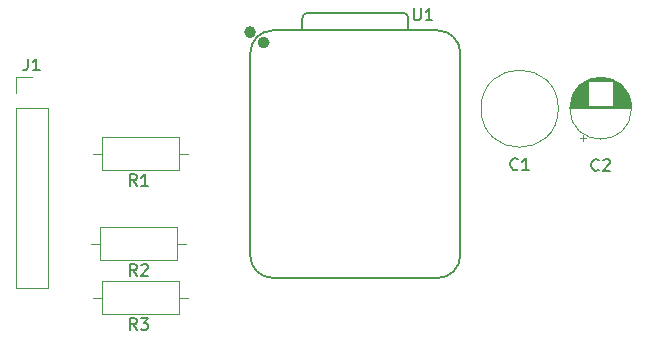
<source format=gbr>
G04 #@! TF.GenerationSoftware,KiCad,Pcbnew,9.0.0*
G04 #@! TF.CreationDate,2025-05-09T14:24:40+09:00*
G04 #@! TF.ProjectId,magnet_module,6d61676e-6574-45f6-9d6f-64756c652e6b,rev?*
G04 #@! TF.SameCoordinates,Original*
G04 #@! TF.FileFunction,Legend,Top*
G04 #@! TF.FilePolarity,Positive*
%FSLAX46Y46*%
G04 Gerber Fmt 4.6, Leading zero omitted, Abs format (unit mm)*
G04 Created by KiCad (PCBNEW 9.0.0) date 2025-05-09 14:24:40*
%MOMM*%
%LPD*%
G01*
G04 APERTURE LIST*
%ADD10C,0.150000*%
%ADD11C,0.120000*%
%ADD12C,0.127000*%
%ADD13C,0.100000*%
%ADD14C,0.504000*%
G04 APERTURE END LIST*
D10*
X113879333Y-82750819D02*
X113546000Y-82274628D01*
X113307905Y-82750819D02*
X113307905Y-81750819D01*
X113307905Y-81750819D02*
X113688857Y-81750819D01*
X113688857Y-81750819D02*
X113784095Y-81798438D01*
X113784095Y-81798438D02*
X113831714Y-81846057D01*
X113831714Y-81846057D02*
X113879333Y-81941295D01*
X113879333Y-81941295D02*
X113879333Y-82084152D01*
X113879333Y-82084152D02*
X113831714Y-82179390D01*
X113831714Y-82179390D02*
X113784095Y-82227009D01*
X113784095Y-82227009D02*
X113688857Y-82274628D01*
X113688857Y-82274628D02*
X113307905Y-82274628D01*
X114831714Y-82750819D02*
X114260286Y-82750819D01*
X114546000Y-82750819D02*
X114546000Y-81750819D01*
X114546000Y-81750819D02*
X114450762Y-81893676D01*
X114450762Y-81893676D02*
X114355524Y-81988914D01*
X114355524Y-81988914D02*
X114260286Y-82036533D01*
X113879333Y-94942819D02*
X113546000Y-94466628D01*
X113307905Y-94942819D02*
X113307905Y-93942819D01*
X113307905Y-93942819D02*
X113688857Y-93942819D01*
X113688857Y-93942819D02*
X113784095Y-93990438D01*
X113784095Y-93990438D02*
X113831714Y-94038057D01*
X113831714Y-94038057D02*
X113879333Y-94133295D01*
X113879333Y-94133295D02*
X113879333Y-94276152D01*
X113879333Y-94276152D02*
X113831714Y-94371390D01*
X113831714Y-94371390D02*
X113784095Y-94419009D01*
X113784095Y-94419009D02*
X113688857Y-94466628D01*
X113688857Y-94466628D02*
X113307905Y-94466628D01*
X114212667Y-93942819D02*
X114831714Y-93942819D01*
X114831714Y-93942819D02*
X114498381Y-94323771D01*
X114498381Y-94323771D02*
X114641238Y-94323771D01*
X114641238Y-94323771D02*
X114736476Y-94371390D01*
X114736476Y-94371390D02*
X114784095Y-94419009D01*
X114784095Y-94419009D02*
X114831714Y-94514247D01*
X114831714Y-94514247D02*
X114831714Y-94752342D01*
X114831714Y-94752342D02*
X114784095Y-94847580D01*
X114784095Y-94847580D02*
X114736476Y-94895200D01*
X114736476Y-94895200D02*
X114641238Y-94942819D01*
X114641238Y-94942819D02*
X114355524Y-94942819D01*
X114355524Y-94942819D02*
X114260286Y-94895200D01*
X114260286Y-94895200D02*
X114212667Y-94847580D01*
X104666666Y-71964819D02*
X104666666Y-72679104D01*
X104666666Y-72679104D02*
X104619047Y-72821961D01*
X104619047Y-72821961D02*
X104523809Y-72917200D01*
X104523809Y-72917200D02*
X104380952Y-72964819D01*
X104380952Y-72964819D02*
X104285714Y-72964819D01*
X105666666Y-72964819D02*
X105095238Y-72964819D01*
X105380952Y-72964819D02*
X105380952Y-71964819D01*
X105380952Y-71964819D02*
X105285714Y-72107676D01*
X105285714Y-72107676D02*
X105190476Y-72202914D01*
X105190476Y-72202914D02*
X105095238Y-72250533D01*
X146137333Y-81309580D02*
X146089714Y-81357200D01*
X146089714Y-81357200D02*
X145946857Y-81404819D01*
X145946857Y-81404819D02*
X145851619Y-81404819D01*
X145851619Y-81404819D02*
X145708762Y-81357200D01*
X145708762Y-81357200D02*
X145613524Y-81261961D01*
X145613524Y-81261961D02*
X145565905Y-81166723D01*
X145565905Y-81166723D02*
X145518286Y-80976247D01*
X145518286Y-80976247D02*
X145518286Y-80833390D01*
X145518286Y-80833390D02*
X145565905Y-80642914D01*
X145565905Y-80642914D02*
X145613524Y-80547676D01*
X145613524Y-80547676D02*
X145708762Y-80452438D01*
X145708762Y-80452438D02*
X145851619Y-80404819D01*
X145851619Y-80404819D02*
X145946857Y-80404819D01*
X145946857Y-80404819D02*
X146089714Y-80452438D01*
X146089714Y-80452438D02*
X146137333Y-80500057D01*
X147089714Y-81404819D02*
X146518286Y-81404819D01*
X146804000Y-81404819D02*
X146804000Y-80404819D01*
X146804000Y-80404819D02*
X146708762Y-80547676D01*
X146708762Y-80547676D02*
X146613524Y-80642914D01*
X146613524Y-80642914D02*
X146518286Y-80690533D01*
X152995333Y-81385580D02*
X152947714Y-81433200D01*
X152947714Y-81433200D02*
X152804857Y-81480819D01*
X152804857Y-81480819D02*
X152709619Y-81480819D01*
X152709619Y-81480819D02*
X152566762Y-81433200D01*
X152566762Y-81433200D02*
X152471524Y-81337961D01*
X152471524Y-81337961D02*
X152423905Y-81242723D01*
X152423905Y-81242723D02*
X152376286Y-81052247D01*
X152376286Y-81052247D02*
X152376286Y-80909390D01*
X152376286Y-80909390D02*
X152423905Y-80718914D01*
X152423905Y-80718914D02*
X152471524Y-80623676D01*
X152471524Y-80623676D02*
X152566762Y-80528438D01*
X152566762Y-80528438D02*
X152709619Y-80480819D01*
X152709619Y-80480819D02*
X152804857Y-80480819D01*
X152804857Y-80480819D02*
X152947714Y-80528438D01*
X152947714Y-80528438D02*
X152995333Y-80576057D01*
X153376286Y-80576057D02*
X153423905Y-80528438D01*
X153423905Y-80528438D02*
X153519143Y-80480819D01*
X153519143Y-80480819D02*
X153757238Y-80480819D01*
X153757238Y-80480819D02*
X153852476Y-80528438D01*
X153852476Y-80528438D02*
X153900095Y-80576057D01*
X153900095Y-80576057D02*
X153947714Y-80671295D01*
X153947714Y-80671295D02*
X153947714Y-80766533D01*
X153947714Y-80766533D02*
X153900095Y-80909390D01*
X153900095Y-80909390D02*
X153328667Y-81480819D01*
X153328667Y-81480819D02*
X153947714Y-81480819D01*
X113879333Y-90370819D02*
X113546000Y-89894628D01*
X113307905Y-90370819D02*
X113307905Y-89370819D01*
X113307905Y-89370819D02*
X113688857Y-89370819D01*
X113688857Y-89370819D02*
X113784095Y-89418438D01*
X113784095Y-89418438D02*
X113831714Y-89466057D01*
X113831714Y-89466057D02*
X113879333Y-89561295D01*
X113879333Y-89561295D02*
X113879333Y-89704152D01*
X113879333Y-89704152D02*
X113831714Y-89799390D01*
X113831714Y-89799390D02*
X113784095Y-89847009D01*
X113784095Y-89847009D02*
X113688857Y-89894628D01*
X113688857Y-89894628D02*
X113307905Y-89894628D01*
X114260286Y-89466057D02*
X114307905Y-89418438D01*
X114307905Y-89418438D02*
X114403143Y-89370819D01*
X114403143Y-89370819D02*
X114641238Y-89370819D01*
X114641238Y-89370819D02*
X114736476Y-89418438D01*
X114736476Y-89418438D02*
X114784095Y-89466057D01*
X114784095Y-89466057D02*
X114831714Y-89561295D01*
X114831714Y-89561295D02*
X114831714Y-89656533D01*
X114831714Y-89656533D02*
X114784095Y-89799390D01*
X114784095Y-89799390D02*
X114212667Y-90370819D01*
X114212667Y-90370819D02*
X114831714Y-90370819D01*
X137338095Y-67704819D02*
X137338095Y-68514342D01*
X137338095Y-68514342D02*
X137385714Y-68609580D01*
X137385714Y-68609580D02*
X137433333Y-68657200D01*
X137433333Y-68657200D02*
X137528571Y-68704819D01*
X137528571Y-68704819D02*
X137719047Y-68704819D01*
X137719047Y-68704819D02*
X137814285Y-68657200D01*
X137814285Y-68657200D02*
X137861904Y-68609580D01*
X137861904Y-68609580D02*
X137909523Y-68514342D01*
X137909523Y-68514342D02*
X137909523Y-67704819D01*
X138909523Y-68704819D02*
X138338095Y-68704819D01*
X138623809Y-68704819D02*
X138623809Y-67704819D01*
X138623809Y-67704819D02*
X138528571Y-67847676D01*
X138528571Y-67847676D02*
X138433333Y-67942914D01*
X138433333Y-67942914D02*
X138338095Y-67990533D01*
D11*
G04 #@! TO.C,R1*
X110150225Y-80010000D02*
X110920225Y-80010000D01*
X110920225Y-78640000D02*
X110920225Y-81380000D01*
X110920225Y-81380000D02*
X117460225Y-81380000D01*
X117460225Y-78640000D02*
X110920225Y-78640000D01*
X117460225Y-81380000D02*
X117460225Y-78640000D01*
X118230225Y-80010000D02*
X117460225Y-80010000D01*
G04 #@! TO.C,R3*
X110150225Y-92202000D02*
X110920225Y-92202000D01*
X110920225Y-90832000D02*
X110920225Y-93572000D01*
X110920225Y-93572000D02*
X117460225Y-93572000D01*
X117460225Y-90832000D02*
X110920225Y-90832000D01*
X117460225Y-93572000D02*
X117460225Y-90832000D01*
X118230225Y-92202000D02*
X117460225Y-92202000D01*
G04 #@! TO.C,J1*
X103670000Y-73510000D02*
X105000000Y-73510000D01*
X103670000Y-74840000D02*
X103670000Y-73510000D01*
X103670000Y-76110000D02*
X103670000Y-91410000D01*
X103670000Y-76110000D02*
X106330000Y-76110000D01*
X103670000Y-91410000D02*
X106330000Y-91410000D01*
X106330000Y-76110000D02*
X106330000Y-91410000D01*
G04 #@! TO.C,C1*
X149574000Y-76200000D02*
G75*
G02*
X143034000Y-76200000I-3270000J0D01*
G01*
X143034000Y-76200000D02*
G75*
G02*
X149574000Y-76200000I3270000J0D01*
G01*
G04 #@! TO.C,C2*
X150582000Y-76115113D02*
X155742000Y-76115113D01*
X150582000Y-76155113D02*
X155742000Y-76155113D01*
X150583000Y-76075113D02*
X155741000Y-76075113D01*
X150584000Y-76035113D02*
X155740000Y-76035113D01*
X150586000Y-75995113D02*
X155738000Y-75995113D01*
X150589000Y-75955113D02*
X155735000Y-75955113D01*
X150593000Y-75915113D02*
X152122000Y-75915113D01*
X150597000Y-75875113D02*
X152122000Y-75875113D01*
X150601000Y-75835113D02*
X152122000Y-75835113D01*
X150606000Y-75795113D02*
X152122000Y-75795113D01*
X150612000Y-75755113D02*
X152122000Y-75755113D01*
X150619000Y-75715113D02*
X152122000Y-75715113D01*
X150626000Y-75675113D02*
X152122000Y-75675113D01*
X150634000Y-75635113D02*
X152122000Y-75635113D01*
X150642000Y-75595113D02*
X152122000Y-75595113D01*
X150651000Y-75555113D02*
X152122000Y-75555113D01*
X150661000Y-75515113D02*
X152122000Y-75515113D01*
X150671000Y-75475113D02*
X152122000Y-75475113D01*
X150682000Y-75434113D02*
X152122000Y-75434113D01*
X150694000Y-75394113D02*
X152122000Y-75394113D01*
X150707000Y-75354113D02*
X152122000Y-75354113D01*
X150720000Y-75314113D02*
X152122000Y-75314113D01*
X150734000Y-75274113D02*
X152122000Y-75274113D01*
X150748000Y-75234113D02*
X152122000Y-75234113D01*
X150764000Y-75194113D02*
X152122000Y-75194113D01*
X150780000Y-75154113D02*
X152122000Y-75154113D01*
X150797000Y-75114113D02*
X152122000Y-75114113D01*
X150814000Y-75074113D02*
X152122000Y-75074113D01*
X150833000Y-75034113D02*
X152122000Y-75034113D01*
X150852000Y-74994113D02*
X152122000Y-74994113D01*
X150872000Y-74954113D02*
X152122000Y-74954113D01*
X150894000Y-74914113D02*
X152122000Y-74914113D01*
X150915000Y-74874113D02*
X152122000Y-74874113D01*
X150938000Y-74834113D02*
X152122000Y-74834113D01*
X150962000Y-74794113D02*
X152122000Y-74794113D01*
X150987000Y-74754113D02*
X152122000Y-74754113D01*
X151013000Y-74714113D02*
X152122000Y-74714113D01*
X151040000Y-74674113D02*
X152122000Y-74674113D01*
X151067000Y-74634113D02*
X152122000Y-74634113D01*
X151097000Y-74594113D02*
X152122000Y-74594113D01*
X151127000Y-74554113D02*
X152122000Y-74554113D01*
X151158000Y-74514113D02*
X152122000Y-74514113D01*
X151191000Y-74474113D02*
X152122000Y-74474113D01*
X151225000Y-74434113D02*
X152122000Y-74434113D01*
X151261000Y-74394113D02*
X152122000Y-74394113D01*
X151298000Y-74354113D02*
X152122000Y-74354113D01*
X151336000Y-74314113D02*
X152122000Y-74314113D01*
X151377000Y-74274113D02*
X152122000Y-74274113D01*
X151419000Y-74234113D02*
X152122000Y-74234113D01*
X151437000Y-78709888D02*
X151937000Y-78709888D01*
X151463000Y-74194113D02*
X152122000Y-74194113D01*
X151509000Y-74154113D02*
X152122000Y-74154113D01*
X151557000Y-74114113D02*
X152122000Y-74114113D01*
X151608000Y-74074113D02*
X152122000Y-74074113D01*
X151662000Y-74034113D02*
X152122000Y-74034113D01*
X151687000Y-78959888D02*
X151687000Y-78459888D01*
X151719000Y-73994113D02*
X152122000Y-73994113D01*
X151779000Y-73954113D02*
X152122000Y-73954113D01*
X151843000Y-73914113D02*
X152122000Y-73914113D01*
X151911000Y-73874113D02*
X152122000Y-73874113D01*
X151984000Y-73834113D02*
X154340000Y-73834113D01*
X152064000Y-73794113D02*
X154260000Y-73794113D01*
X152151000Y-73754113D02*
X154173000Y-73754113D01*
X152247000Y-73714113D02*
X154077000Y-73714113D01*
X152357000Y-73674113D02*
X153967000Y-73674113D01*
X152485000Y-73634113D02*
X153839000Y-73634113D01*
X152644000Y-73594113D02*
X153680000Y-73594113D01*
X152878000Y-73554113D02*
X153446000Y-73554113D01*
X154202000Y-73874113D02*
X154413000Y-73874113D01*
X154202000Y-73914113D02*
X154481000Y-73914113D01*
X154202000Y-73954113D02*
X154545000Y-73954113D01*
X154202000Y-73994113D02*
X154605000Y-73994113D01*
X154202000Y-74034113D02*
X154662000Y-74034113D01*
X154202000Y-74074113D02*
X154716000Y-74074113D01*
X154202000Y-74114113D02*
X154767000Y-74114113D01*
X154202000Y-74154113D02*
X154815000Y-74154113D01*
X154202000Y-74194113D02*
X154861000Y-74194113D01*
X154202000Y-74234113D02*
X154905000Y-74234113D01*
X154202000Y-74274113D02*
X154947000Y-74274113D01*
X154202000Y-74314113D02*
X154988000Y-74314113D01*
X154202000Y-74354113D02*
X155026000Y-74354113D01*
X154202000Y-74394113D02*
X155063000Y-74394113D01*
X154202000Y-74434113D02*
X155099000Y-74434113D01*
X154202000Y-74474113D02*
X155133000Y-74474113D01*
X154202000Y-74514113D02*
X155166000Y-74514113D01*
X154202000Y-74554113D02*
X155197000Y-74554113D01*
X154202000Y-74594113D02*
X155227000Y-74594113D01*
X154202000Y-74634113D02*
X155257000Y-74634113D01*
X154202000Y-74674113D02*
X155284000Y-74674113D01*
X154202000Y-74714113D02*
X155311000Y-74714113D01*
X154202000Y-74754113D02*
X155337000Y-74754113D01*
X154202000Y-74794113D02*
X155362000Y-74794113D01*
X154202000Y-74834113D02*
X155386000Y-74834113D01*
X154202000Y-74874113D02*
X155409000Y-74874113D01*
X154202000Y-74914113D02*
X155430000Y-74914113D01*
X154202000Y-74954113D02*
X155452000Y-74954113D01*
X154202000Y-74994113D02*
X155472000Y-74994113D01*
X154202000Y-75034113D02*
X155491000Y-75034113D01*
X154202000Y-75074113D02*
X155510000Y-75074113D01*
X154202000Y-75114113D02*
X155527000Y-75114113D01*
X154202000Y-75154113D02*
X155544000Y-75154113D01*
X154202000Y-75194113D02*
X155560000Y-75194113D01*
X154202000Y-75234113D02*
X155576000Y-75234113D01*
X154202000Y-75274113D02*
X155590000Y-75274113D01*
X154202000Y-75314113D02*
X155604000Y-75314113D01*
X154202000Y-75354113D02*
X155617000Y-75354113D01*
X154202000Y-75394113D02*
X155630000Y-75394113D01*
X154202000Y-75434113D02*
X155642000Y-75434113D01*
X154202000Y-75475113D02*
X155653000Y-75475113D01*
X154202000Y-75515113D02*
X155663000Y-75515113D01*
X154202000Y-75555113D02*
X155673000Y-75555113D01*
X154202000Y-75595113D02*
X155682000Y-75595113D01*
X154202000Y-75635113D02*
X155690000Y-75635113D01*
X154202000Y-75675113D02*
X155698000Y-75675113D01*
X154202000Y-75715113D02*
X155705000Y-75715113D01*
X154202000Y-75755113D02*
X155712000Y-75755113D01*
X154202000Y-75795113D02*
X155718000Y-75795113D01*
X154202000Y-75835113D02*
X155723000Y-75835113D01*
X154202000Y-75875113D02*
X155727000Y-75875113D01*
X154202000Y-75915113D02*
X155731000Y-75915113D01*
X155782000Y-76155113D02*
G75*
G02*
X150542000Y-76155113I-2620000J0D01*
G01*
X150542000Y-76155113D02*
G75*
G02*
X155782000Y-76155113I2620000J0D01*
G01*
G04 #@! TO.C,R2*
X110006000Y-87630000D02*
X110776000Y-87630000D01*
X110776000Y-86260000D02*
X110776000Y-89000000D01*
X110776000Y-89000000D02*
X117316000Y-89000000D01*
X117316000Y-86260000D02*
X110776000Y-86260000D01*
X117316000Y-89000000D02*
X117316000Y-86260000D01*
X118086000Y-87630000D02*
X117316000Y-87630000D01*
D12*
G04 #@! TO.C,U1*
X123490000Y-88629000D02*
X123490000Y-71484000D01*
X125395000Y-90534000D02*
X139365000Y-90534000D01*
X127885000Y-69579000D02*
X127888728Y-68568728D01*
X128388728Y-68069000D02*
X136384000Y-68069000D01*
X136884000Y-68569000D02*
X136884000Y-69579000D01*
D13*
X139365000Y-69579000D02*
X125395000Y-69579000D01*
D12*
X139365000Y-69579000D02*
X125395000Y-69579000D01*
X141270000Y-88629000D02*
X141270000Y-71484000D01*
X123490000Y-71484000D02*
G75*
G02*
X125395000Y-69579000I1905001J-1D01*
G01*
X125395000Y-90534000D02*
G75*
G02*
X123490000Y-88629000I1J1905001D01*
G01*
X127888728Y-68568728D02*
G75*
G02*
X128388728Y-68069001I500018J-291D01*
G01*
X136384000Y-68069000D02*
G75*
G02*
X136884000Y-68569000I0J-500000D01*
G01*
X139365000Y-69579000D02*
G75*
G02*
X141270000Y-71484000I0J-1905000D01*
G01*
X141270000Y-88629000D02*
G75*
G02*
X139365000Y-90534000I-1905000J0D01*
G01*
D14*
X123728000Y-69720000D02*
G75*
G02*
X123224000Y-69720000I-252000J0D01*
G01*
X123224000Y-69720000D02*
G75*
G02*
X123728000Y-69720000I252000J0D01*
G01*
X124871000Y-70600000D02*
G75*
G02*
X124367000Y-70600000I-252000J0D01*
G01*
X124367000Y-70600000D02*
G75*
G02*
X124871000Y-70600000I252000J0D01*
G01*
G04 #@! TD*
M02*

</source>
